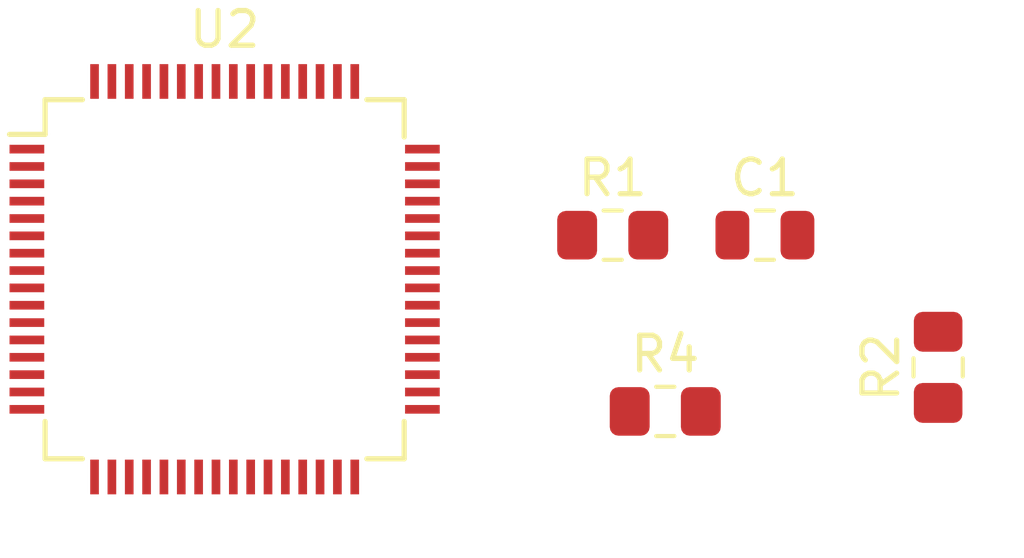
<source format=kicad_pcb>
(kicad_pcb (version 20171130) (host pcbnew "(5.0.1)-4")

  (general
    (thickness 1.6)
    (drawings 0)
    (tracks 0)
    (zones 0)
    (modules 5)
    (nets 71)
  )

  (page A4)
  (layers
    (0 F.Cu signal)
    (31 B.Cu signal)
    (32 B.Adhes user)
    (33 F.Adhes user)
    (34 B.Paste user)
    (35 F.Paste user)
    (36 B.SilkS user)
    (37 F.SilkS user)
    (38 B.Mask user)
    (39 F.Mask user)
    (40 Dwgs.User user)
    (41 Cmts.User user)
    (42 Eco1.User user)
    (43 Eco2.User user)
    (44 Edge.Cuts user)
    (45 Margin user)
    (46 B.CrtYd user)
    (47 F.CrtYd user)
    (48 B.Fab user)
    (49 F.Fab user)
  )

  (setup
    (last_trace_width 0.25)
    (trace_clearance 0.2)
    (zone_clearance 0.508)
    (zone_45_only no)
    (trace_min 0.2)
    (segment_width 0.2)
    (edge_width 0.15)
    (via_size 0.8)
    (via_drill 0.4)
    (via_min_size 0.4)
    (via_min_drill 0.3)
    (uvia_size 0.3)
    (uvia_drill 0.1)
    (uvias_allowed no)
    (uvia_min_size 0.2)
    (uvia_min_drill 0.1)
    (pcb_text_width 0.3)
    (pcb_text_size 1.5 1.5)
    (mod_edge_width 0.15)
    (mod_text_size 1 1)
    (mod_text_width 0.15)
    (pad_size 1.524 1.524)
    (pad_drill 0.762)
    (pad_to_mask_clearance 0.051)
    (solder_mask_min_width 0.25)
    (aux_axis_origin 0 0)
    (visible_elements FFFFFF7F)
    (pcbplotparams
      (layerselection 0x010fc_ffffffff)
      (usegerberextensions false)
      (usegerberattributes false)
      (usegerberadvancedattributes false)
      (creategerberjobfile false)
      (excludeedgelayer true)
      (linewidth 0.100000)
      (plotframeref false)
      (viasonmask false)
      (mode 1)
      (useauxorigin false)
      (hpglpennumber 1)
      (hpglpenspeed 20)
      (hpglpendiameter 15.000000)
      (psnegative false)
      (psa4output false)
      (plotreference true)
      (plotvalue true)
      (plotinvisibletext false)
      (padsonsilk false)
      (subtractmaskfromsilk false)
      (outputformat 1)
      (mirror false)
      (drillshape 1)
      (scaleselection 1)
      (outputdirectory ""))
  )

  (net 0 "")
  (net 1 GND)
  (net 2 "Net-(C1-Pad1)")
  (net 3 "Net-(D3-Pad1)")
  (net 4 "Net-(C2-Pad1)")
  (net 5 "Net-(U2-Pad1)")
  (net 6 "Net-(U2-Pad2)")
  (net 7 "Net-(U2-Pad3)")
  (net 8 "Net-(U2-Pad4)")
  (net 9 "Net-(U2-Pad5)")
  (net 10 "Net-(U2-Pad6)")
  (net 11 "Net-(U2-Pad7)")
  (net 12 "Net-(U2-Pad8)")
  (net 13 "Net-(U2-Pad9)")
  (net 14 "Net-(U2-Pad10)")
  (net 15 "Net-(U2-Pad11)")
  (net 16 "Net-(U2-Pad12)")
  (net 17 "Net-(U2-Pad13)")
  (net 18 "Net-(U2-Pad14)")
  (net 19 "Net-(U2-Pad15)")
  (net 20 "Net-(U2-Pad16)")
  (net 21 "Net-(U2-Pad17)")
  (net 22 "Net-(U2-Pad18)")
  (net 23 "Net-(U2-Pad19)")
  (net 24 "Net-(U2-Pad20)")
  (net 25 "Net-(U2-Pad21)")
  (net 26 "Net-(U2-Pad22)")
  (net 27 "Net-(U2-Pad23)")
  (net 28 "Net-(U2-Pad24)")
  (net 29 "Net-(U2-Pad25)")
  (net 30 "Net-(U2-Pad26)")
  (net 31 "Net-(U2-Pad27)")
  (net 32 "Net-(U2-Pad28)")
  (net 33 "Net-(U2-Pad29)")
  (net 34 "Net-(U2-Pad30)")
  (net 35 "Net-(U2-Pad31)")
  (net 36 "Net-(U2-Pad32)")
  (net 37 "Net-(U2-Pad33)")
  (net 38 "Net-(U2-Pad34)")
  (net 39 "Net-(U2-Pad35)")
  (net 40 "Net-(U2-Pad36)")
  (net 41 "Net-(U2-Pad37)")
  (net 42 "Net-(U2-Pad38)")
  (net 43 "Net-(U2-Pad39)")
  (net 44 "Net-(U2-Pad40)")
  (net 45 "Net-(U2-Pad41)")
  (net 46 "Net-(U2-Pad42)")
  (net 47 "Net-(U2-Pad43)")
  (net 48 "Net-(U2-Pad44)")
  (net 49 "Net-(U2-Pad45)")
  (net 50 "Net-(U2-Pad46)")
  (net 51 "Net-(U2-Pad47)")
  (net 52 "Net-(U2-Pad48)")
  (net 53 "Net-(U2-Pad49)")
  (net 54 /A1)
  (net 55 "Net-(U2-Pad51)")
  (net 56 "Net-(U2-Pad52)")
  (net 57 "Net-(U2-Pad53)")
  (net 58 "Net-(U2-Pad54)")
  (net 59 "Net-(U2-Pad55)")
  (net 60 "Net-(U2-Pad56)")
  (net 61 "Net-(U2-Pad57)")
  (net 62 "Net-(U2-Pad58)")
  (net 63 "Net-(U2-Pad59)")
  (net 64 "Net-(U2-Pad60)")
  (net 65 "Net-(U2-Pad61)")
  (net 66 "Net-(U2-Pad62)")
  (net 67 "Net-(U2-Pad63)")
  (net 68 "Net-(U2-Pad64)")
  (net 69 "Net-(R4-Pad1)")
  (net 70 "Net-(D1-Pad1)")

  (net_class Default "This is the default net class."
    (clearance 0.2)
    (trace_width 0.25)
    (via_dia 0.8)
    (via_drill 0.4)
    (uvia_dia 0.3)
    (uvia_drill 0.1)
    (add_net /A1)
    (add_net GND)
    (add_net "Net-(C1-Pad1)")
    (add_net "Net-(C2-Pad1)")
    (add_net "Net-(D1-Pad1)")
    (add_net "Net-(D3-Pad1)")
    (add_net "Net-(R4-Pad1)")
    (add_net "Net-(U2-Pad1)")
    (add_net "Net-(U2-Pad10)")
    (add_net "Net-(U2-Pad11)")
    (add_net "Net-(U2-Pad12)")
    (add_net "Net-(U2-Pad13)")
    (add_net "Net-(U2-Pad14)")
    (add_net "Net-(U2-Pad15)")
    (add_net "Net-(U2-Pad16)")
    (add_net "Net-(U2-Pad17)")
    (add_net "Net-(U2-Pad18)")
    (add_net "Net-(U2-Pad19)")
    (add_net "Net-(U2-Pad2)")
    (add_net "Net-(U2-Pad20)")
    (add_net "Net-(U2-Pad21)")
    (add_net "Net-(U2-Pad22)")
    (add_net "Net-(U2-Pad23)")
    (add_net "Net-(U2-Pad24)")
    (add_net "Net-(U2-Pad25)")
    (add_net "Net-(U2-Pad26)")
    (add_net "Net-(U2-Pad27)")
    (add_net "Net-(U2-Pad28)")
    (add_net "Net-(U2-Pad29)")
    (add_net "Net-(U2-Pad3)")
    (add_net "Net-(U2-Pad30)")
    (add_net "Net-(U2-Pad31)")
    (add_net "Net-(U2-Pad32)")
    (add_net "Net-(U2-Pad33)")
    (add_net "Net-(U2-Pad34)")
    (add_net "Net-(U2-Pad35)")
    (add_net "Net-(U2-Pad36)")
    (add_net "Net-(U2-Pad37)")
    (add_net "Net-(U2-Pad38)")
    (add_net "Net-(U2-Pad39)")
    (add_net "Net-(U2-Pad4)")
    (add_net "Net-(U2-Pad40)")
    (add_net "Net-(U2-Pad41)")
    (add_net "Net-(U2-Pad42)")
    (add_net "Net-(U2-Pad43)")
    (add_net "Net-(U2-Pad44)")
    (add_net "Net-(U2-Pad45)")
    (add_net "Net-(U2-Pad46)")
    (add_net "Net-(U2-Pad47)")
    (add_net "Net-(U2-Pad48)")
    (add_net "Net-(U2-Pad49)")
    (add_net "Net-(U2-Pad5)")
    (add_net "Net-(U2-Pad51)")
    (add_net "Net-(U2-Pad52)")
    (add_net "Net-(U2-Pad53)")
    (add_net "Net-(U2-Pad54)")
    (add_net "Net-(U2-Pad55)")
    (add_net "Net-(U2-Pad56)")
    (add_net "Net-(U2-Pad57)")
    (add_net "Net-(U2-Pad58)")
    (add_net "Net-(U2-Pad59)")
    (add_net "Net-(U2-Pad6)")
    (add_net "Net-(U2-Pad60)")
    (add_net "Net-(U2-Pad61)")
    (add_net "Net-(U2-Pad62)")
    (add_net "Net-(U2-Pad63)")
    (add_net "Net-(U2-Pad64)")
    (add_net "Net-(U2-Pad7)")
    (add_net "Net-(U2-Pad8)")
    (add_net "Net-(U2-Pad9)")
  )

  (module Capacitor_SMD:C_0805_2012Metric (layer F.Cu) (tedit 5B36C52B) (tstamp 5DC0DC4A)
    (at 146.3825 49.53)
    (descr "Capacitor SMD 0805 (2012 Metric), square (rectangular) end terminal, IPC_7351 nominal, (Body size source: https://docs.google.com/spreadsheets/d/1BsfQQcO9C6DZCsRaXUlFlo91Tg2WpOkGARC1WS5S8t0/edit?usp=sharing), generated with kicad-footprint-generator")
    (tags capacitor)
    (path /5DB903E8)
    (attr smd)
    (fp_text reference C1 (at 0 -1.65) (layer F.SilkS)
      (effects (font (size 1 1) (thickness 0.15)))
    )
    (fp_text value C (at 0 1.65) (layer F.Fab)
      (effects (font (size 1 1) (thickness 0.15)))
    )
    (fp_line (start -1 0.6) (end -1 -0.6) (layer F.Fab) (width 0.1))
    (fp_line (start -1 -0.6) (end 1 -0.6) (layer F.Fab) (width 0.1))
    (fp_line (start 1 -0.6) (end 1 0.6) (layer F.Fab) (width 0.1))
    (fp_line (start 1 0.6) (end -1 0.6) (layer F.Fab) (width 0.1))
    (fp_line (start -0.258578 -0.71) (end 0.258578 -0.71) (layer F.SilkS) (width 0.12))
    (fp_line (start -0.258578 0.71) (end 0.258578 0.71) (layer F.SilkS) (width 0.12))
    (fp_line (start -1.68 0.95) (end -1.68 -0.95) (layer F.CrtYd) (width 0.05))
    (fp_line (start -1.68 -0.95) (end 1.68 -0.95) (layer F.CrtYd) (width 0.05))
    (fp_line (start 1.68 -0.95) (end 1.68 0.95) (layer F.CrtYd) (width 0.05))
    (fp_line (start 1.68 0.95) (end -1.68 0.95) (layer F.CrtYd) (width 0.05))
    (fp_text user %R (at 0 0) (layer F.Fab)
      (effects (font (size 0.5 0.5) (thickness 0.08)))
    )
    (pad 1 smd roundrect (at -0.9375 0) (size 0.975 1.4) (layers F.Cu F.Paste F.Mask) (roundrect_rratio 0.25)
      (net 2 "Net-(C1-Pad1)"))
    (pad 2 smd roundrect (at 0.9375 0) (size 0.975 1.4) (layers F.Cu F.Paste F.Mask) (roundrect_rratio 0.25)
      (net 1 GND))
    (model ${KISYS3DMOD}/Capacitor_SMD.3dshapes/C_0805_2012Metric.wrl
      (at (xyz 0 0 0))
      (scale (xyz 1 1 1))
      (rotate (xyz 0 0 0))
    )
  )

  (module Resistor_SMD:R_0805_2012Metric_Pad1.15x1.40mm_HandSolder (layer F.Cu) (tedit 5B36C52B) (tstamp 5DC0DC5B)
    (at 141.995 49.53)
    (descr "Resistor SMD 0805 (2012 Metric), square (rectangular) end terminal, IPC_7351 nominal with elongated pad for handsoldering. (Body size source: https://docs.google.com/spreadsheets/d/1BsfQQcO9C6DZCsRaXUlFlo91Tg2WpOkGARC1WS5S8t0/edit?usp=sharing), generated with kicad-footprint-generator")
    (tags "resistor handsolder")
    (path /5DB9034F)
    (attr smd)
    (fp_text reference R1 (at 0 -1.65) (layer F.SilkS)
      (effects (font (size 1 1) (thickness 0.15)))
    )
    (fp_text value R (at 0 1.65) (layer F.Fab)
      (effects (font (size 1 1) (thickness 0.15)))
    )
    (fp_line (start -1 0.6) (end -1 -0.6) (layer F.Fab) (width 0.1))
    (fp_line (start -1 -0.6) (end 1 -0.6) (layer F.Fab) (width 0.1))
    (fp_line (start 1 -0.6) (end 1 0.6) (layer F.Fab) (width 0.1))
    (fp_line (start 1 0.6) (end -1 0.6) (layer F.Fab) (width 0.1))
    (fp_line (start -0.261252 -0.71) (end 0.261252 -0.71) (layer F.SilkS) (width 0.12))
    (fp_line (start -0.261252 0.71) (end 0.261252 0.71) (layer F.SilkS) (width 0.12))
    (fp_line (start -1.85 0.95) (end -1.85 -0.95) (layer F.CrtYd) (width 0.05))
    (fp_line (start -1.85 -0.95) (end 1.85 -0.95) (layer F.CrtYd) (width 0.05))
    (fp_line (start 1.85 -0.95) (end 1.85 0.95) (layer F.CrtYd) (width 0.05))
    (fp_line (start 1.85 0.95) (end -1.85 0.95) (layer F.CrtYd) (width 0.05))
    (fp_text user %R (at 0 0) (layer F.Fab)
      (effects (font (size 0.5 0.5) (thickness 0.08)))
    )
    (pad 1 smd roundrect (at -1.025 0) (size 1.15 1.4) (layers F.Cu F.Paste F.Mask) (roundrect_rratio 0.217391)
      (net 3 "Net-(D3-Pad1)"))
    (pad 2 smd roundrect (at 1.025 0) (size 1.15 1.4) (layers F.Cu F.Paste F.Mask) (roundrect_rratio 0.217391)
      (net 2 "Net-(C1-Pad1)"))
    (model ${KISYS3DMOD}/Resistor_SMD.3dshapes/R_0805_2012Metric.wrl
      (at (xyz 0 0 0))
      (scale (xyz 1 1 1))
      (rotate (xyz 0 0 0))
    )
  )

  (module Resistor_SMD:R_0805_2012Metric_Pad1.15x1.40mm_HandSolder (layer F.Cu) (tedit 5B36C52B) (tstamp 5DC0DC6C)
    (at 151.375 53.34 90)
    (descr "Resistor SMD 0805 (2012 Metric), square (rectangular) end terminal, IPC_7351 nominal with elongated pad for handsoldering. (Body size source: https://docs.google.com/spreadsheets/d/1BsfQQcO9C6DZCsRaXUlFlo91Tg2WpOkGARC1WS5S8t0/edit?usp=sharing), generated with kicad-footprint-generator")
    (tags "resistor handsolder")
    (path /5DB913AA)
    (attr smd)
    (fp_text reference R2 (at 0 -1.65 90) (layer F.SilkS)
      (effects (font (size 1 1) (thickness 0.15)))
    )
    (fp_text value R (at 0 1.65 90) (layer F.Fab)
      (effects (font (size 1 1) (thickness 0.15)))
    )
    (fp_text user %R (at 0 0 90) (layer F.Fab)
      (effects (font (size 0.5 0.5) (thickness 0.08)))
    )
    (fp_line (start 1.85 0.95) (end -1.85 0.95) (layer F.CrtYd) (width 0.05))
    (fp_line (start 1.85 -0.95) (end 1.85 0.95) (layer F.CrtYd) (width 0.05))
    (fp_line (start -1.85 -0.95) (end 1.85 -0.95) (layer F.CrtYd) (width 0.05))
    (fp_line (start -1.85 0.95) (end -1.85 -0.95) (layer F.CrtYd) (width 0.05))
    (fp_line (start -0.261252 0.71) (end 0.261252 0.71) (layer F.SilkS) (width 0.12))
    (fp_line (start -0.261252 -0.71) (end 0.261252 -0.71) (layer F.SilkS) (width 0.12))
    (fp_line (start 1 0.6) (end -1 0.6) (layer F.Fab) (width 0.1))
    (fp_line (start 1 -0.6) (end 1 0.6) (layer F.Fab) (width 0.1))
    (fp_line (start -1 -0.6) (end 1 -0.6) (layer F.Fab) (width 0.1))
    (fp_line (start -1 0.6) (end -1 -0.6) (layer F.Fab) (width 0.1))
    (pad 2 smd roundrect (at 1.025 0 90) (size 1.15 1.4) (layers F.Cu F.Paste F.Mask) (roundrect_rratio 0.217391)
      (net 1 GND))
    (pad 1 smd roundrect (at -1.025 0 90) (size 1.15 1.4) (layers F.Cu F.Paste F.Mask) (roundrect_rratio 0.217391)
      (net 4 "Net-(C2-Pad1)"))
    (model ${KISYS3DMOD}/Resistor_SMD.3dshapes/R_0805_2012Metric.wrl
      (at (xyz 0 0 0))
      (scale (xyz 1 1 1))
      (rotate (xyz 0 0 0))
    )
  )

  (module Package_QFP:LQFP-64_10x10mm_P0.5mm (layer F.Cu) (tedit 5A02F146) (tstamp 5DC15080)
    (at 130.81 50.8)
    (descr "64 LEAD LQFP 10x10mm (see MICREL LQFP10x10-64LD-PL-1.pdf)")
    (tags "QFP 0.5")
    (path /5DBC3EE2)
    (attr smd)
    (fp_text reference U2 (at 0 -7.2) (layer F.SilkS)
      (effects (font (size 1 1) (thickness 0.15)))
    )
    (fp_text value STM32F072RBTx (at 0 7.2) (layer F.Fab)
      (effects (font (size 1 1) (thickness 0.15)))
    )
    (fp_text user %R (at 0 0) (layer F.Fab)
      (effects (font (size 1 1) (thickness 0.15)))
    )
    (fp_line (start -4 -5) (end 5 -5) (layer F.Fab) (width 0.15))
    (fp_line (start 5 -5) (end 5 5) (layer F.Fab) (width 0.15))
    (fp_line (start 5 5) (end -5 5) (layer F.Fab) (width 0.15))
    (fp_line (start -5 5) (end -5 -4) (layer F.Fab) (width 0.15))
    (fp_line (start -5 -4) (end -4 -5) (layer F.Fab) (width 0.15))
    (fp_line (start -6.45 -6.45) (end -6.45 6.45) (layer F.CrtYd) (width 0.05))
    (fp_line (start 6.45 -6.45) (end 6.45 6.45) (layer F.CrtYd) (width 0.05))
    (fp_line (start -6.45 -6.45) (end 6.45 -6.45) (layer F.CrtYd) (width 0.05))
    (fp_line (start -6.45 6.45) (end 6.45 6.45) (layer F.CrtYd) (width 0.05))
    (fp_line (start -5.175 -5.175) (end -5.175 -4.175) (layer F.SilkS) (width 0.15))
    (fp_line (start 5.175 -5.175) (end 5.175 -4.1) (layer F.SilkS) (width 0.15))
    (fp_line (start 5.175 5.175) (end 5.175 4.1) (layer F.SilkS) (width 0.15))
    (fp_line (start -5.175 5.175) (end -5.175 4.1) (layer F.SilkS) (width 0.15))
    (fp_line (start -5.175 -5.175) (end -4.1 -5.175) (layer F.SilkS) (width 0.15))
    (fp_line (start -5.175 5.175) (end -4.1 5.175) (layer F.SilkS) (width 0.15))
    (fp_line (start 5.175 5.175) (end 4.1 5.175) (layer F.SilkS) (width 0.15))
    (fp_line (start 5.175 -5.175) (end 4.1 -5.175) (layer F.SilkS) (width 0.15))
    (fp_line (start -5.175 -4.175) (end -6.2 -4.175) (layer F.SilkS) (width 0.15))
    (pad 1 smd rect (at -5.7 -3.75) (size 1 0.25) (layers F.Cu F.Paste F.Mask)
      (net 5 "Net-(U2-Pad1)"))
    (pad 2 smd rect (at -5.7 -3.25) (size 1 0.25) (layers F.Cu F.Paste F.Mask)
      (net 6 "Net-(U2-Pad2)"))
    (pad 3 smd rect (at -5.7 -2.75) (size 1 0.25) (layers F.Cu F.Paste F.Mask)
      (net 7 "Net-(U2-Pad3)"))
    (pad 4 smd rect (at -5.7 -2.25) (size 1 0.25) (layers F.Cu F.Paste F.Mask)
      (net 8 "Net-(U2-Pad4)"))
    (pad 5 smd rect (at -5.7 -1.75) (size 1 0.25) (layers F.Cu F.Paste F.Mask)
      (net 9 "Net-(U2-Pad5)"))
    (pad 6 smd rect (at -5.7 -1.25) (size 1 0.25) (layers F.Cu F.Paste F.Mask)
      (net 10 "Net-(U2-Pad6)"))
    (pad 7 smd rect (at -5.7 -0.75) (size 1 0.25) (layers F.Cu F.Paste F.Mask)
      (net 11 "Net-(U2-Pad7)"))
    (pad 8 smd rect (at -5.7 -0.25) (size 1 0.25) (layers F.Cu F.Paste F.Mask)
      (net 12 "Net-(U2-Pad8)"))
    (pad 9 smd rect (at -5.7 0.25) (size 1 0.25) (layers F.Cu F.Paste F.Mask)
      (net 13 "Net-(U2-Pad9)"))
    (pad 10 smd rect (at -5.7 0.75) (size 1 0.25) (layers F.Cu F.Paste F.Mask)
      (net 14 "Net-(U2-Pad10)"))
    (pad 11 smd rect (at -5.7 1.25) (size 1 0.25) (layers F.Cu F.Paste F.Mask)
      (net 15 "Net-(U2-Pad11)"))
    (pad 12 smd rect (at -5.7 1.75) (size 1 0.25) (layers F.Cu F.Paste F.Mask)
      (net 16 "Net-(U2-Pad12)"))
    (pad 13 smd rect (at -5.7 2.25) (size 1 0.25) (layers F.Cu F.Paste F.Mask)
      (net 17 "Net-(U2-Pad13)"))
    (pad 14 smd rect (at -5.7 2.75) (size 1 0.25) (layers F.Cu F.Paste F.Mask)
      (net 18 "Net-(U2-Pad14)"))
    (pad 15 smd rect (at -5.7 3.25) (size 1 0.25) (layers F.Cu F.Paste F.Mask)
      (net 19 "Net-(U2-Pad15)"))
    (pad 16 smd rect (at -5.7 3.75) (size 1 0.25) (layers F.Cu F.Paste F.Mask)
      (net 20 "Net-(U2-Pad16)"))
    (pad 17 smd rect (at -3.75 5.7 90) (size 1 0.25) (layers F.Cu F.Paste F.Mask)
      (net 21 "Net-(U2-Pad17)"))
    (pad 18 smd rect (at -3.25 5.7 90) (size 1 0.25) (layers F.Cu F.Paste F.Mask)
      (net 22 "Net-(U2-Pad18)"))
    (pad 19 smd rect (at -2.75 5.7 90) (size 1 0.25) (layers F.Cu F.Paste F.Mask)
      (net 23 "Net-(U2-Pad19)"))
    (pad 20 smd rect (at -2.25 5.7 90) (size 1 0.25) (layers F.Cu F.Paste F.Mask)
      (net 24 "Net-(U2-Pad20)"))
    (pad 21 smd rect (at -1.75 5.7 90) (size 1 0.25) (layers F.Cu F.Paste F.Mask)
      (net 25 "Net-(U2-Pad21)"))
    (pad 22 smd rect (at -1.25 5.7 90) (size 1 0.25) (layers F.Cu F.Paste F.Mask)
      (net 26 "Net-(U2-Pad22)"))
    (pad 23 smd rect (at -0.75 5.7 90) (size 1 0.25) (layers F.Cu F.Paste F.Mask)
      (net 27 "Net-(U2-Pad23)"))
    (pad 24 smd rect (at -0.25 5.7 90) (size 1 0.25) (layers F.Cu F.Paste F.Mask)
      (net 28 "Net-(U2-Pad24)"))
    (pad 25 smd rect (at 0.25 5.7 90) (size 1 0.25) (layers F.Cu F.Paste F.Mask)
      (net 29 "Net-(U2-Pad25)"))
    (pad 26 smd rect (at 0.75 5.7 90) (size 1 0.25) (layers F.Cu F.Paste F.Mask)
      (net 30 "Net-(U2-Pad26)"))
    (pad 27 smd rect (at 1.25 5.7 90) (size 1 0.25) (layers F.Cu F.Paste F.Mask)
      (net 31 "Net-(U2-Pad27)"))
    (pad 28 smd rect (at 1.75 5.7 90) (size 1 0.25) (layers F.Cu F.Paste F.Mask)
      (net 32 "Net-(U2-Pad28)"))
    (pad 29 smd rect (at 2.25 5.7 90) (size 1 0.25) (layers F.Cu F.Paste F.Mask)
      (net 33 "Net-(U2-Pad29)"))
    (pad 30 smd rect (at 2.75 5.7 90) (size 1 0.25) (layers F.Cu F.Paste F.Mask)
      (net 34 "Net-(U2-Pad30)"))
    (pad 31 smd rect (at 3.25 5.7 90) (size 1 0.25) (layers F.Cu F.Paste F.Mask)
      (net 35 "Net-(U2-Pad31)"))
    (pad 32 smd rect (at 3.75 5.7 90) (size 1 0.25) (layers F.Cu F.Paste F.Mask)
      (net 36 "Net-(U2-Pad32)"))
    (pad 33 smd rect (at 5.7 3.75) (size 1 0.25) (layers F.Cu F.Paste F.Mask)
      (net 37 "Net-(U2-Pad33)"))
    (pad 34 smd rect (at 5.7 3.25) (size 1 0.25) (layers F.Cu F.Paste F.Mask)
      (net 38 "Net-(U2-Pad34)"))
    (pad 35 smd rect (at 5.7 2.75) (size 1 0.25) (layers F.Cu F.Paste F.Mask)
      (net 39 "Net-(U2-Pad35)"))
    (pad 36 smd rect (at 5.7 2.25) (size 1 0.25) (layers F.Cu F.Paste F.Mask)
      (net 40 "Net-(U2-Pad36)"))
    (pad 37 smd rect (at 5.7 1.75) (size 1 0.25) (layers F.Cu F.Paste F.Mask)
      (net 41 "Net-(U2-Pad37)"))
    (pad 38 smd rect (at 5.7 1.25) (size 1 0.25) (layers F.Cu F.Paste F.Mask)
      (net 42 "Net-(U2-Pad38)"))
    (pad 39 smd rect (at 5.7 0.75) (size 1 0.25) (layers F.Cu F.Paste F.Mask)
      (net 43 "Net-(U2-Pad39)"))
    (pad 40 smd rect (at 5.7 0.25) (size 1 0.25) (layers F.Cu F.Paste F.Mask)
      (net 44 "Net-(U2-Pad40)"))
    (pad 41 smd rect (at 5.7 -0.25) (size 1 0.25) (layers F.Cu F.Paste F.Mask)
      (net 45 "Net-(U2-Pad41)"))
    (pad 42 smd rect (at 5.7 -0.75) (size 1 0.25) (layers F.Cu F.Paste F.Mask)
      (net 46 "Net-(U2-Pad42)"))
    (pad 43 smd rect (at 5.7 -1.25) (size 1 0.25) (layers F.Cu F.Paste F.Mask)
      (net 47 "Net-(U2-Pad43)"))
    (pad 44 smd rect (at 5.7 -1.75) (size 1 0.25) (layers F.Cu F.Paste F.Mask)
      (net 48 "Net-(U2-Pad44)"))
    (pad 45 smd rect (at 5.7 -2.25) (size 1 0.25) (layers F.Cu F.Paste F.Mask)
      (net 49 "Net-(U2-Pad45)"))
    (pad 46 smd rect (at 5.7 -2.75) (size 1 0.25) (layers F.Cu F.Paste F.Mask)
      (net 50 "Net-(U2-Pad46)"))
    (pad 47 smd rect (at 5.7 -3.25) (size 1 0.25) (layers F.Cu F.Paste F.Mask)
      (net 51 "Net-(U2-Pad47)"))
    (pad 48 smd rect (at 5.7 -3.75) (size 1 0.25) (layers F.Cu F.Paste F.Mask)
      (net 52 "Net-(U2-Pad48)"))
    (pad 49 smd rect (at 3.75 -5.7 90) (size 1 0.25) (layers F.Cu F.Paste F.Mask)
      (net 53 "Net-(U2-Pad49)"))
    (pad 50 smd rect (at 3.25 -5.7 90) (size 1 0.25) (layers F.Cu F.Paste F.Mask)
      (net 54 /A1))
    (pad 51 smd rect (at 2.75 -5.7 90) (size 1 0.25) (layers F.Cu F.Paste F.Mask)
      (net 55 "Net-(U2-Pad51)"))
    (pad 52 smd rect (at 2.25 -5.7 90) (size 1 0.25) (layers F.Cu F.Paste F.Mask)
      (net 56 "Net-(U2-Pad52)"))
    (pad 53 smd rect (at 1.75 -5.7 90) (size 1 0.25) (layers F.Cu F.Paste F.Mask)
      (net 57 "Net-(U2-Pad53)"))
    (pad 54 smd rect (at 1.25 -5.7 90) (size 1 0.25) (layers F.Cu F.Paste F.Mask)
      (net 58 "Net-(U2-Pad54)"))
    (pad 55 smd rect (at 0.75 -5.7 90) (size 1 0.25) (layers F.Cu F.Paste F.Mask)
      (net 59 "Net-(U2-Pad55)"))
    (pad 56 smd rect (at 0.25 -5.7 90) (size 1 0.25) (layers F.Cu F.Paste F.Mask)
      (net 60 "Net-(U2-Pad56)"))
    (pad 57 smd rect (at -0.25 -5.7 90) (size 1 0.25) (layers F.Cu F.Paste F.Mask)
      (net 61 "Net-(U2-Pad57)"))
    (pad 58 smd rect (at -0.75 -5.7 90) (size 1 0.25) (layers F.Cu F.Paste F.Mask)
      (net 62 "Net-(U2-Pad58)"))
    (pad 59 smd rect (at -1.25 -5.7 90) (size 1 0.25) (layers F.Cu F.Paste F.Mask)
      (net 63 "Net-(U2-Pad59)"))
    (pad 60 smd rect (at -1.75 -5.7 90) (size 1 0.25) (layers F.Cu F.Paste F.Mask)
      (net 64 "Net-(U2-Pad60)"))
    (pad 61 smd rect (at -2.25 -5.7 90) (size 1 0.25) (layers F.Cu F.Paste F.Mask)
      (net 65 "Net-(U2-Pad61)"))
    (pad 62 smd rect (at -2.75 -5.7 90) (size 1 0.25) (layers F.Cu F.Paste F.Mask)
      (net 66 "Net-(U2-Pad62)"))
    (pad 63 smd rect (at -3.25 -5.7 90) (size 1 0.25) (layers F.Cu F.Paste F.Mask)
      (net 67 "Net-(U2-Pad63)"))
    (pad 64 smd rect (at -3.75 -5.7 90) (size 1 0.25) (layers F.Cu F.Paste F.Mask)
      (net 68 "Net-(U2-Pad64)"))
    (model ${KISYS3DMOD}/Package_QFP.3dshapes/LQFP-64_10x10mm_P0.5mm.wrl
      (at (xyz 0 0 0))
      (scale (xyz 1 1 1))
      (rotate (xyz 0 0 0))
    )
  )

  (module Resistor_SMD:R_0805_2012Metric_Pad1.15x1.40mm_HandSolder (layer F.Cu) (tedit 5B36C52B) (tstamp 5DC15A20)
    (at 143.51 54.61)
    (descr "Resistor SMD 0805 (2012 Metric), square (rectangular) end terminal, IPC_7351 nominal with elongated pad for handsoldering. (Body size source: https://docs.google.com/spreadsheets/d/1BsfQQcO9C6DZCsRaXUlFlo91Tg2WpOkGARC1WS5S8t0/edit?usp=sharing), generated with kicad-footprint-generator")
    (tags "resistor handsolder")
    (path /5DBA581B)
    (attr smd)
    (fp_text reference R4 (at 0 -1.65) (layer F.SilkS)
      (effects (font (size 1 1) (thickness 0.15)))
    )
    (fp_text value R (at 0 1.65) (layer F.Fab)
      (effects (font (size 1 1) (thickness 0.15)))
    )
    (fp_line (start -1 0.6) (end -1 -0.6) (layer F.Fab) (width 0.1))
    (fp_line (start -1 -0.6) (end 1 -0.6) (layer F.Fab) (width 0.1))
    (fp_line (start 1 -0.6) (end 1 0.6) (layer F.Fab) (width 0.1))
    (fp_line (start 1 0.6) (end -1 0.6) (layer F.Fab) (width 0.1))
    (fp_line (start -0.261252 -0.71) (end 0.261252 -0.71) (layer F.SilkS) (width 0.12))
    (fp_line (start -0.261252 0.71) (end 0.261252 0.71) (layer F.SilkS) (width 0.12))
    (fp_line (start -1.85 0.95) (end -1.85 -0.95) (layer F.CrtYd) (width 0.05))
    (fp_line (start -1.85 -0.95) (end 1.85 -0.95) (layer F.CrtYd) (width 0.05))
    (fp_line (start 1.85 -0.95) (end 1.85 0.95) (layer F.CrtYd) (width 0.05))
    (fp_line (start 1.85 0.95) (end -1.85 0.95) (layer F.CrtYd) (width 0.05))
    (fp_text user %R (at 0 0) (layer F.Fab)
      (effects (font (size 0.5 0.5) (thickness 0.08)))
    )
    (pad 1 smd roundrect (at -1.025 0) (size 1.15 1.4) (layers F.Cu F.Paste F.Mask) (roundrect_rratio 0.217391)
      (net 69 "Net-(R4-Pad1)"))
    (pad 2 smd roundrect (at 1.025 0) (size 1.15 1.4) (layers F.Cu F.Paste F.Mask) (roundrect_rratio 0.217391)
      (net 70 "Net-(D1-Pad1)"))
    (model ${KISYS3DMOD}/Resistor_SMD.3dshapes/R_0805_2012Metric.wrl
      (at (xyz 0 0 0))
      (scale (xyz 1 1 1))
      (rotate (xyz 0 0 0))
    )
  )

)

</source>
